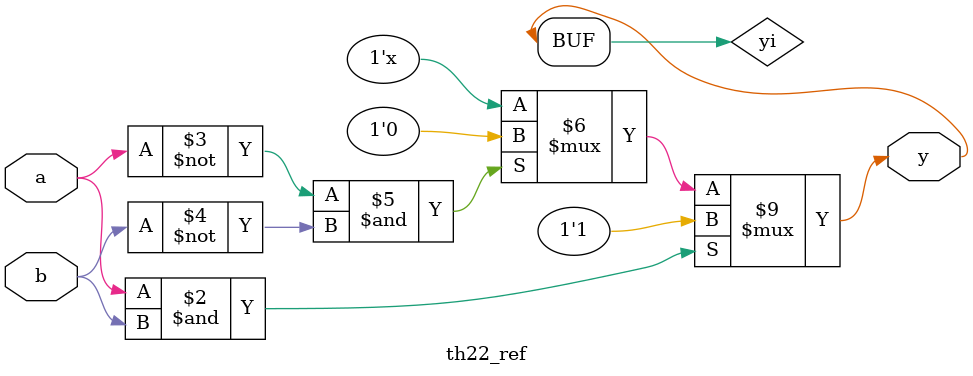
<source format=v>
module th22_ref (y,a,b);
 output y;
 input a;
 input b;
 reg yi;
  always @(a or b) begin
   if (((a) & (b))) 
    begin
      yi <=  1;
    end
    else if (((a==0) & (b==0))) 
    begin
      yi <=  0;
    end
   end
  assign #1 y = yi; 
endmodule
</source>
